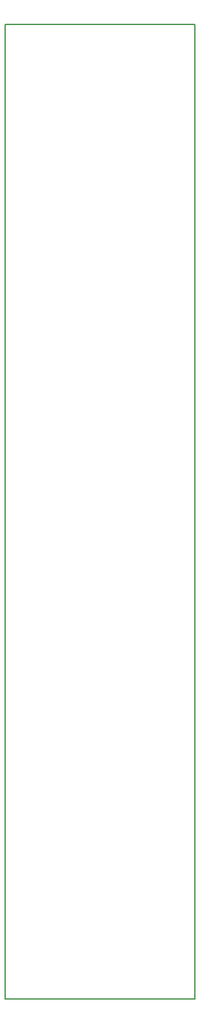
<source format=gbr>
%TF.GenerationSoftware,KiCad,Pcbnew,(5.0.1)-3*%
%TF.CreationDate,2020-04-22T20:40:51+01:00*%
%TF.ProjectId,panel,70616E656C2E6B696361645F70636200,rev?*%
%TF.SameCoordinates,Original*%
%TF.FileFunction,Profile,NP*%
%FSLAX46Y46*%
G04 Gerber Fmt 4.6, Leading zero omitted, Abs format (unit mm)*
G04 Created by KiCad (PCBNEW (5.0.1)-3) date 22/04/2020 20:40:51*
%MOMM*%
%LPD*%
G01*
G04 APERTURE LIST*
%ADD10C,0.150000*%
G04 APERTURE END LIST*
D10*
X119700000Y-134650000D02*
X144700000Y-134650000D01*
X119700000Y-6150000D02*
X144700000Y-6150000D01*
X144700000Y-134650000D02*
X144700000Y-6150000D01*
X119700000Y-134650000D02*
X119700000Y-6150000D01*
M02*

</source>
